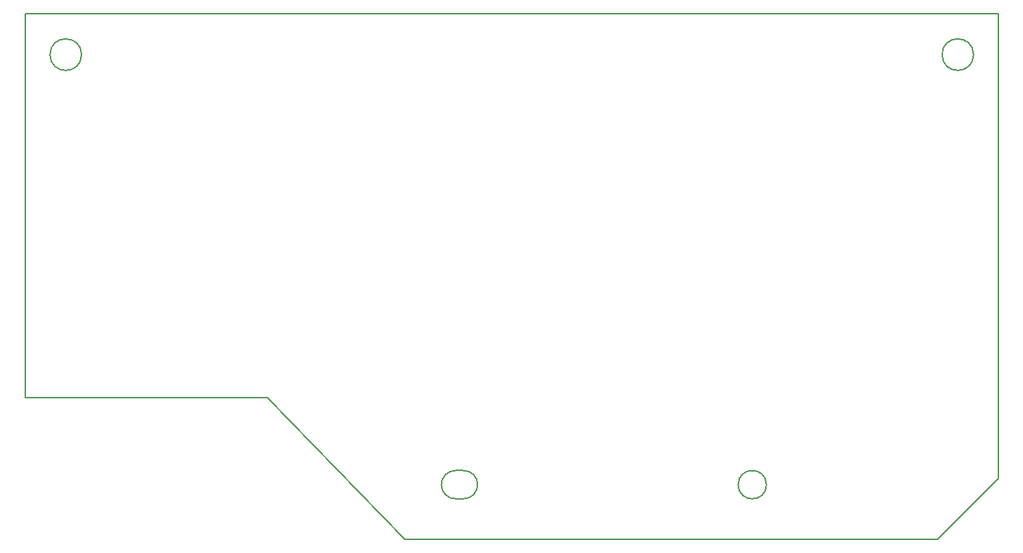
<source format=gm1>
G04 #@! TF.GenerationSoftware,KiCad,Pcbnew,(5.1.7)-1*
G04 #@! TF.CreationDate,2022-12-29T19:39:36+01:00*
G04 #@! TF.ProjectId,Klang-Modul,4b6c616e-672d-44d6-9f64-756c2e6b6963,rev?*
G04 #@! TF.SameCoordinates,Original*
G04 #@! TF.FileFunction,Profile,NP*
%FSLAX46Y46*%
G04 Gerber Fmt 4.6, Leading zero omitted, Abs format (unit mm)*
G04 Created by KiCad (PCBNEW (5.1.7)-1) date 2022-12-29 19:39:36*
%MOMM*%
%LPD*%
G01*
G04 APERTURE LIST*
G04 #@! TA.AperFunction,Profile*
%ADD10C,0.150000*%
G04 #@! TD*
G04 APERTURE END LIST*
D10*
X152500000Y-95000000D02*
X160000000Y-87500000D01*
X92848863Y-89999318D02*
X93800000Y-90000000D01*
X93751137Y-86500682D02*
X92800000Y-86500000D01*
X92848863Y-89999318D02*
G75*
G02*
X92800000Y-86500000I-48863J1749318D01*
G01*
X93751137Y-86500682D02*
G75*
G02*
X93800000Y-90000000I48863J-1749318D01*
G01*
X131300000Y-88250000D02*
G75*
G03*
X131300000Y-88250000I-1750000J0D01*
G01*
X86550000Y-95000000D02*
X69500000Y-77500000D01*
X39500000Y-77500000D02*
X69500000Y-77500000D01*
X152500000Y-95000000D02*
X86550000Y-95000000D01*
X46500000Y-35050000D02*
G75*
G03*
X46500000Y-35050000I-1950000J0D01*
G01*
X39500000Y-77500000D02*
X39500000Y-30000000D01*
X160000000Y-87500000D02*
X160000000Y-30000000D01*
X156950000Y-35050000D02*
G75*
G03*
X156950000Y-35050000I-1950000J0D01*
G01*
X39500000Y-30000000D02*
X160000000Y-30000000D01*
M02*

</source>
